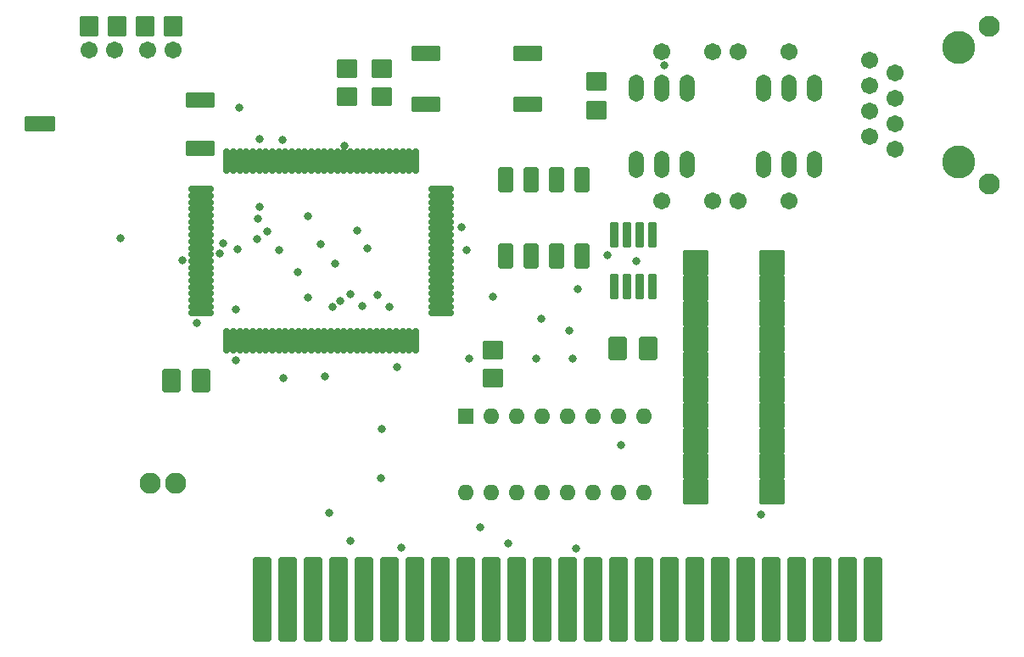
<source format=gbr>
%TF.GenerationSoftware,KiCad,Pcbnew,(6.0.5)*%
%TF.CreationDate,2022-11-15T14:41:10-03:00*%
%TF.ProjectId,obsonet_1,6f62736f-6e65-4745-9f31-2e6b69636164,rev?*%
%TF.SameCoordinates,Original*%
%TF.FileFunction,Soldermask,Bot*%
%TF.FilePolarity,Negative*%
%FSLAX46Y46*%
G04 Gerber Fmt 4.6, Leading zero omitted, Abs format (unit mm)*
G04 Created by KiCad (PCBNEW (6.0.5)) date 2022-11-15 14:41:10*
%MOMM*%
%LPD*%
G01*
G04 APERTURE LIST*
G04 Aperture macros list*
%AMRoundRect*
0 Rectangle with rounded corners*
0 $1 Rounding radius*
0 $2 $3 $4 $5 $6 $7 $8 $9 X,Y pos of 4 corners*
0 Add a 4 corners polygon primitive as box body*
4,1,4,$2,$3,$4,$5,$6,$7,$8,$9,$2,$3,0*
0 Add four circle primitives for the rounded corners*
1,1,$1+$1,$2,$3*
1,1,$1+$1,$4,$5*
1,1,$1+$1,$6,$7*
1,1,$1+$1,$8,$9*
0 Add four rect primitives between the rounded corners*
20,1,$1+$1,$2,$3,$4,$5,0*
20,1,$1+$1,$4,$5,$6,$7,0*
20,1,$1+$1,$6,$7,$8,$9,0*
20,1,$1+$1,$8,$9,$2,$3,0*%
G04 Aperture macros list end*
%ADD10C,2.104800*%
%ADD11C,2.100000*%
%ADD12C,3.300000*%
%ADD13C,1.712800*%
%ADD14O,1.512800X2.720800*%
%ADD15RoundRect,0.152400X1.125000X1.125000X-1.125000X1.125000X-1.125000X-1.125000X1.125000X-1.125000X0*%
%ADD16RoundRect,0.152400X-0.749300X-4.064000X0.749300X-4.064000X0.749300X4.064000X-0.749300X4.064000X0*%
%ADD17RoundRect,0.152400X-0.750000X-1.000000X0.750000X-1.000000X0.750000X1.000000X-0.750000X1.000000X0*%
%ADD18RoundRect,0.152400X0.800000X0.901500X-0.800000X0.901500X-0.800000X-0.901500X0.800000X-0.901500X0*%
%ADD19RoundRect,0.152400X-0.800000X-0.901500X0.800000X-0.901500X0.800000X0.901500X-0.800000X0.901500X0*%
%ADD20RoundRect,0.152400X0.901500X-0.800000X0.901500X0.800000X-0.901500X0.800000X-0.901500X-0.800000X0*%
%ADD21RoundRect,0.152400X-0.300000X-1.100000X0.300000X-1.100000X0.300000X1.100000X-0.300000X1.100000X0*%
%ADD22RoundRect,0.152400X-1.270000X0.635000X-1.270000X-0.635000X1.270000X-0.635000X1.270000X0.635000X0*%
%ADD23RoundRect,0.152400X-1.397000X0.635000X-1.397000X-0.635000X1.397000X-0.635000X1.397000X0.635000X0*%
%ADD24R,1.600000X1.600000*%
%ADD25O,1.600000X1.600000*%
%ADD26RoundRect,0.152400X-1.270000X-0.635000X1.270000X-0.635000X1.270000X0.635000X-1.270000X0.635000X0*%
%ADD27RoundRect,0.152400X-0.600000X-1.100000X0.600000X-1.100000X0.600000X1.100000X-0.600000X1.100000X0*%
%ADD28RoundRect,0.152400X0.175000X1.100000X-0.175000X1.100000X-0.175000X-1.100000X0.175000X-1.100000X0*%
%ADD29RoundRect,0.152400X1.100000X0.175000X-1.100000X0.175000X-1.100000X-0.175000X1.100000X-0.175000X0*%
%ADD30C,0.800000*%
G04 APERTURE END LIST*
D10*
%TO.C,C6*%
X111800000Y-120300000D03*
X114340000Y-120300000D03*
%TD*%
D11*
%TO.C,CON2*%
X195588000Y-74626000D03*
D12*
X192540000Y-88215000D03*
D11*
X195588000Y-90374000D03*
D12*
X192540000Y-76785000D03*
D13*
X186190000Y-86945000D03*
X183650000Y-85675000D03*
X186190000Y-84405000D03*
X183650000Y-83135000D03*
X186190000Y-81865000D03*
X183650000Y-80595000D03*
X186190000Y-79325000D03*
X183650000Y-78055000D03*
%TD*%
D14*
%TO.C,TF1*%
X178107300Y-80839100D03*
X175567300Y-80839100D03*
X173027300Y-80839100D03*
X165407300Y-80839100D03*
X162867300Y-80839100D03*
X160327300Y-80839100D03*
X160327300Y-88459100D03*
X162867300Y-88459100D03*
X165407300Y-88459100D03*
X173027300Y-88459100D03*
X175567300Y-88459100D03*
X178107300Y-88459100D03*
%TD*%
D13*
%TO.C,C7*%
X170487300Y-77187800D03*
X175567300Y-77187800D03*
%TD*%
%TO.C,C8*%
X167947400Y-77170000D03*
X162867400Y-77170000D03*
%TD*%
%TO.C,C9*%
X162867400Y-92078600D03*
X167947400Y-92078600D03*
%TD*%
%TO.C,C10*%
X175567300Y-92078600D03*
X170487300Y-92078600D03*
%TD*%
D15*
%TO.C,IC6*%
X173900000Y-121100000D03*
X173900000Y-118560000D03*
X173900000Y-116020000D03*
X173900000Y-113480000D03*
X173900000Y-110940000D03*
X173900000Y-108400000D03*
X173900000Y-105860000D03*
X173900000Y-103320000D03*
X173900000Y-100780000D03*
X173900000Y-98240000D03*
X166280000Y-98240000D03*
X166280000Y-100780000D03*
X166280000Y-103320000D03*
X166280000Y-105860000D03*
X166280000Y-108400000D03*
X166280000Y-110940000D03*
X166280000Y-113480000D03*
X166280000Y-116020000D03*
X166280000Y-118560000D03*
X166280000Y-121100000D03*
%TD*%
D16*
%TO.C,CON1*%
X183981100Y-131872400D03*
X181441100Y-131872400D03*
X178901100Y-131872400D03*
X176361100Y-131872400D03*
X173821100Y-131872400D03*
X171281100Y-131872400D03*
X168741100Y-131872400D03*
X166201100Y-131872400D03*
X163661100Y-131872400D03*
X161121100Y-131872400D03*
X158581100Y-131872400D03*
X156041100Y-131872400D03*
X153501100Y-131872400D03*
X150961100Y-131872400D03*
X148421100Y-131872400D03*
X145881100Y-131872400D03*
X143341100Y-131872400D03*
X140801100Y-131872400D03*
X138261100Y-131872400D03*
X135721100Y-131872400D03*
X133181100Y-131872400D03*
X130641100Y-131872400D03*
X128101100Y-131872400D03*
X125561100Y-131872400D03*
X123021100Y-131872400D03*
%TD*%
D13*
%TO.C,LED1*%
X105717500Y-77029200D03*
X108257500Y-77029200D03*
%TD*%
%TO.C,LED2*%
X114131100Y-77029100D03*
X111591100Y-77029100D03*
%TD*%
D17*
%TO.C,C1*%
X113950000Y-110030000D03*
X116950000Y-110030000D03*
%TD*%
%TO.C,C4*%
X158500000Y-106830000D03*
X161500000Y-106830000D03*
%TD*%
D18*
%TO.C,R2*%
X114124400Y-74647900D03*
X111280400Y-74647900D03*
%TD*%
D19*
%TO.C,R3*%
X105724000Y-74647900D03*
X108568000Y-74647900D03*
%TD*%
D20*
%TO.C,R4*%
X134927300Y-81721300D03*
X134927300Y-78877300D03*
%TD*%
%TO.C,R5*%
X131434800Y-81721300D03*
X131434800Y-78877300D03*
%TD*%
%TO.C,R6*%
X146039900Y-109820100D03*
X146039900Y-106976100D03*
%TD*%
%TO.C,R7*%
X156358700Y-83023100D03*
X156358700Y-80179100D03*
%TD*%
D21*
%TO.C,IC2*%
X158104900Y-95479300D03*
X159374900Y-95479300D03*
X160644900Y-95479300D03*
X161914900Y-95479300D03*
X161914900Y-100679300D03*
X160644900Y-100679300D03*
X159374900Y-100679300D03*
X158104900Y-100679300D03*
%TD*%
D22*
%TO.C,Q1*%
X116829900Y-82013800D03*
X116829900Y-86839800D03*
D23*
X100827900Y-84426800D03*
%TD*%
D24*
%TO.C,IC3*%
X143285000Y-113590000D03*
D25*
X145825000Y-113590000D03*
X148365000Y-113590000D03*
X150905000Y-113590000D03*
X153445000Y-113590000D03*
X155985000Y-113590000D03*
X158525000Y-113590000D03*
X161065000Y-113590000D03*
X161065000Y-121210000D03*
X158525000Y-121210000D03*
X155985000Y-121210000D03*
X153445000Y-121210000D03*
X150905000Y-121210000D03*
X148365000Y-121210000D03*
X145825000Y-121210000D03*
X143285000Y-121210000D03*
%TD*%
D26*
%TO.C,SW1*%
X139372400Y-82490100D03*
X149532400Y-82490100D03*
X139372400Y-77410100D03*
X149532400Y-77410100D03*
%TD*%
D27*
%TO.C,IC5*%
X147309900Y-89993100D03*
X149849900Y-89993100D03*
X152389900Y-89993100D03*
X154929900Y-89993100D03*
X154929900Y-97593100D03*
X152389900Y-97593100D03*
X149849900Y-97593100D03*
X147309900Y-97593100D03*
%TD*%
D28*
%TO.C,IC4*%
X138319900Y-106091800D03*
X137669900Y-106091800D03*
X137019900Y-106091800D03*
X136369900Y-106091800D03*
X135719900Y-106091800D03*
X135069900Y-106091800D03*
X134419900Y-106091800D03*
X133769900Y-106091800D03*
X133119900Y-106091800D03*
X132469900Y-106091800D03*
X131819900Y-106091800D03*
X131169900Y-106091800D03*
X130519900Y-106091800D03*
X129869900Y-106091800D03*
X129219900Y-106091800D03*
X128569900Y-106091800D03*
X127919900Y-106091800D03*
X127269900Y-106091800D03*
X126619900Y-106091800D03*
X125969900Y-106091800D03*
X125319900Y-106091800D03*
X124669900Y-106091800D03*
X124019900Y-106091800D03*
X123369900Y-106091800D03*
X122719900Y-106091800D03*
X122069900Y-106091800D03*
X121419900Y-106091800D03*
X120769900Y-106091800D03*
X120119900Y-106091800D03*
X119469900Y-106091800D03*
D29*
X116929900Y-103301800D03*
X116929900Y-102651800D03*
X116929900Y-102001800D03*
X116929900Y-101351800D03*
X116929900Y-100701800D03*
X116929900Y-100051800D03*
X116929900Y-99401800D03*
X116929900Y-98751800D03*
X116929900Y-98101800D03*
X116929900Y-97451800D03*
X116929900Y-96801800D03*
X116929900Y-96151800D03*
X116929900Y-95501800D03*
X116929900Y-94851800D03*
X116929900Y-94201800D03*
X116929900Y-93551800D03*
X116929900Y-92901800D03*
X116929900Y-92251800D03*
X116929900Y-91601800D03*
X116929900Y-90951800D03*
D28*
X119469900Y-88161800D03*
X120119900Y-88161800D03*
X120769900Y-88161800D03*
X121419900Y-88161800D03*
X122069900Y-88161800D03*
X122719900Y-88161800D03*
X123369900Y-88161800D03*
X124019900Y-88161800D03*
X124669900Y-88161800D03*
X125319900Y-88161800D03*
X125969900Y-88161800D03*
X126619900Y-88161800D03*
X127269900Y-88161800D03*
X127919900Y-88161800D03*
X128569900Y-88161800D03*
X129219900Y-88161800D03*
X129869900Y-88161800D03*
X130519900Y-88161800D03*
X131169900Y-88161800D03*
X131819900Y-88161800D03*
X132469900Y-88161800D03*
X133119900Y-88161800D03*
X133769900Y-88161800D03*
X134419900Y-88161800D03*
X135069900Y-88161800D03*
X135719900Y-88161800D03*
X136369900Y-88161800D03*
X137019900Y-88161800D03*
X137669900Y-88161800D03*
X138319900Y-88161800D03*
D29*
X140859900Y-90951800D03*
X140859900Y-91601800D03*
X140859900Y-92251800D03*
X140859900Y-92901800D03*
X140859900Y-93551800D03*
X140859900Y-94201800D03*
X140859900Y-94851800D03*
X140859900Y-95501800D03*
X140859900Y-96151800D03*
X140859900Y-96801800D03*
X140859900Y-97451800D03*
X140859900Y-98101800D03*
X140859900Y-98751800D03*
X140859900Y-99401800D03*
X140859900Y-100051800D03*
X140859900Y-100701800D03*
X140859900Y-101351800D03*
X140859900Y-102001800D03*
X140859900Y-102651800D03*
X140859900Y-103301800D03*
%TD*%
D30*
X127600000Y-101760000D03*
X142880000Y-94760000D03*
X130040000Y-102710000D03*
X127570000Y-93650000D03*
X120400000Y-108020000D03*
X130280000Y-98360000D03*
X131790000Y-126050000D03*
X153630000Y-105040000D03*
X128840000Y-96380000D03*
X160310000Y-98110000D03*
X120750000Y-82760000D03*
X157470000Y-97500000D03*
X150330000Y-107830000D03*
X108890000Y-95850000D03*
X143630000Y-107880000D03*
X116475200Y-104332300D03*
X133016800Y-102589400D03*
X131807000Y-101422000D03*
X125062500Y-85969100D03*
X122775000Y-85896100D03*
X154363400Y-126839000D03*
X150865349Y-103874651D03*
X154028500Y-107820000D03*
X146027701Y-101652299D03*
X143447299Y-97022701D03*
X120415900Y-102900000D03*
X163110600Y-78527300D03*
X126530000Y-99250000D03*
X123539400Y-95190100D03*
X122571700Y-93858300D03*
X172794400Y-123409700D03*
X158845400Y-116484200D03*
X154540000Y-100920000D03*
X135719500Y-102677800D03*
X134562500Y-101500400D03*
X131230000Y-86620000D03*
X124720000Y-97000000D03*
X119088400Y-96312000D03*
X125153850Y-109799989D03*
X136893600Y-126718600D03*
X115041300Y-98002100D03*
X129700000Y-123270000D03*
X118753400Y-97315400D03*
X134830000Y-119770000D03*
X122784400Y-92657700D03*
X120546900Y-96900400D03*
X122512500Y-95890300D03*
X130807700Y-102069800D03*
X129265092Y-109614419D03*
X147588900Y-126344300D03*
X134914017Y-114865983D03*
X144792700Y-124721100D03*
X132520600Y-95074400D03*
X133541300Y-96837600D03*
X136460000Y-108700000D03*
M02*

</source>
